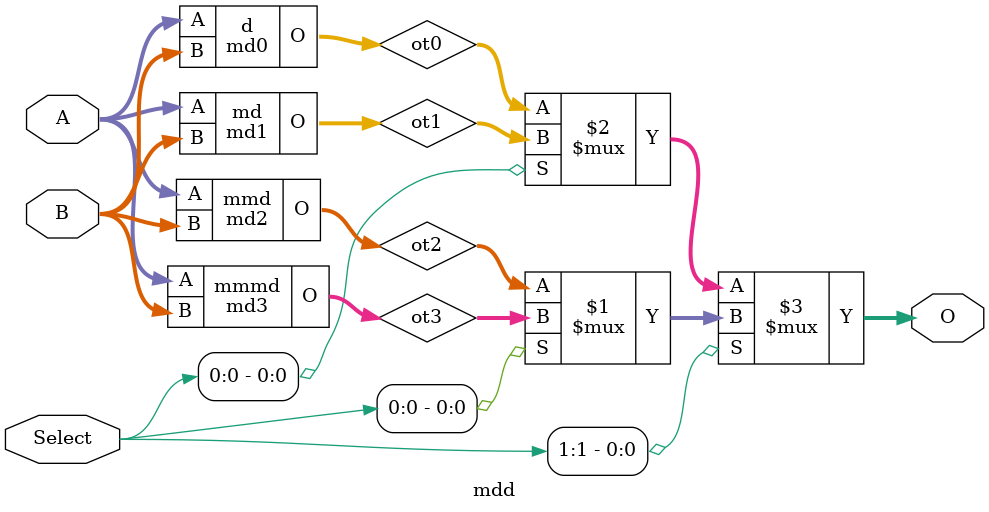
<source format=v>
module md0(
output[5:0] O,
input[5:0] A,
input[5:0] B
);

assign O = ( A <<< 2'b10 ) + (B >>> 1'b1);
endmodule

module md1(
output[5:0] O,
input[5:0] A,
input[5:0] B
);

assign O = ( A + 3 * B );
endmodule

module md2(
output[5:0] O,
input[5:0] A,
input[5:0] B
);

assign O = (-B);
endmodule

module md3(
output[5:0] O,
input[5:0] A,
input[5:0] B
);
wire[5:0] temp;
wire sign;
assign temp = (2 * A - B);
not(sign,temp[5]);
assign O = sign ? temp : -temp;

endmodule

module mdd(
output[5:0] O,
input[5:0] A,
input[5:0] B,
input[1:0] Select
);

wire[5:0] ot3,ot2,ot1,ot0;


md3 mmmd(ot3,A,B);
md2 mmd(ot2,A,B);
md1 md(ot1,A,B);
md0 d(ot0,A,B);

assign O = (Select[1] ? (Select[0]?ot3:ot2):(Select[0]?ot1:ot0));




endmodule
</source>
